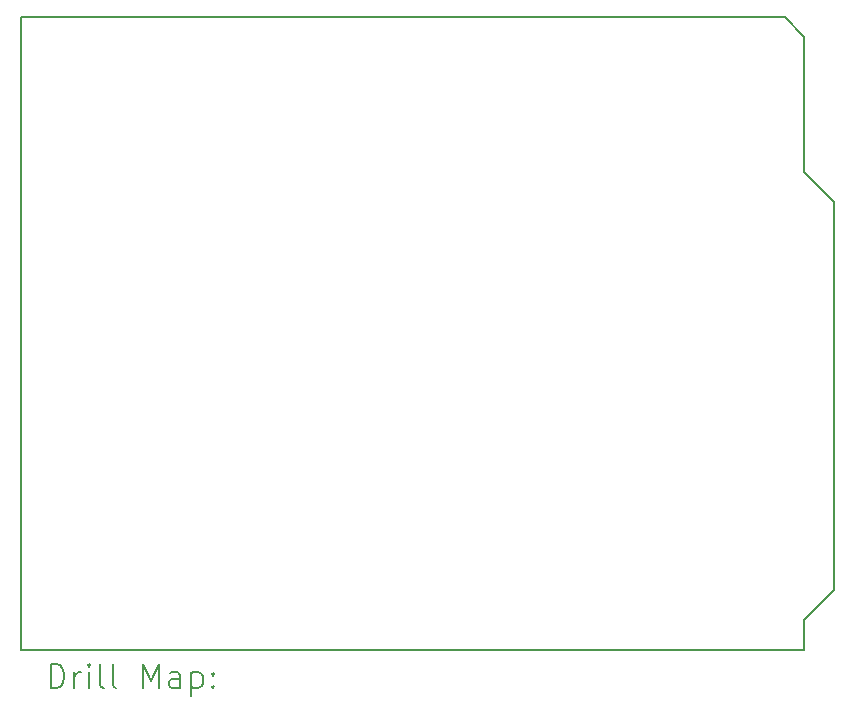
<source format=gbr>
%TF.GenerationSoftware,KiCad,Pcbnew,6.0.11-2627ca5db0~126~ubuntu20.04.1*%
%TF.CreationDate,2023-03-17T11:40:46+01:00*%
%TF.ProjectId,shield_a,73686965-6c64-45f6-912e-6b696361645f,2.0.1*%
%TF.SameCoordinates,Original*%
%TF.FileFunction,Drillmap*%
%TF.FilePolarity,Positive*%
%FSLAX45Y45*%
G04 Gerber Fmt 4.5, Leading zero omitted, Abs format (unit mm)*
G04 Created by KiCad (PCBNEW 6.0.11-2627ca5db0~126~ubuntu20.04.1) date 2023-03-17 11:40:46*
%MOMM*%
%LPD*%
G01*
G04 APERTURE LIST*
%ADD10C,0.150000*%
%ADD11C,0.200000*%
G04 APERTURE END LIST*
D10*
X10782300Y-6337300D02*
X10782300Y-11696700D01*
X17665700Y-7899400D02*
X17411700Y-7645400D01*
X10782300Y-11696700D02*
X17411700Y-11696700D01*
X17246600Y-6337300D02*
X10782300Y-6337300D01*
X17411700Y-7645400D02*
X17411700Y-6502400D01*
X17411700Y-11442700D02*
X17665700Y-11188700D01*
X17411700Y-11696700D02*
X17411700Y-11442700D01*
X17665700Y-11188700D02*
X17665700Y-7899400D01*
X17411700Y-6502400D02*
X17246600Y-6337300D01*
D11*
X11032419Y-12014676D02*
X11032419Y-11814676D01*
X11080038Y-11814676D01*
X11108610Y-11824200D01*
X11127657Y-11843248D01*
X11137181Y-11862295D01*
X11146705Y-11900390D01*
X11146705Y-11928962D01*
X11137181Y-11967057D01*
X11127657Y-11986105D01*
X11108610Y-12005152D01*
X11080038Y-12014676D01*
X11032419Y-12014676D01*
X11232419Y-12014676D02*
X11232419Y-11881343D01*
X11232419Y-11919438D02*
X11241943Y-11900390D01*
X11251467Y-11890867D01*
X11270514Y-11881343D01*
X11289562Y-11881343D01*
X11356228Y-12014676D02*
X11356228Y-11881343D01*
X11356228Y-11814676D02*
X11346705Y-11824200D01*
X11356228Y-11833724D01*
X11365752Y-11824200D01*
X11356228Y-11814676D01*
X11356228Y-11833724D01*
X11480038Y-12014676D02*
X11460990Y-12005152D01*
X11451467Y-11986105D01*
X11451467Y-11814676D01*
X11584800Y-12014676D02*
X11565752Y-12005152D01*
X11556228Y-11986105D01*
X11556228Y-11814676D01*
X11813371Y-12014676D02*
X11813371Y-11814676D01*
X11880038Y-11957533D01*
X11946705Y-11814676D01*
X11946705Y-12014676D01*
X12127657Y-12014676D02*
X12127657Y-11909914D01*
X12118133Y-11890867D01*
X12099086Y-11881343D01*
X12060990Y-11881343D01*
X12041943Y-11890867D01*
X12127657Y-12005152D02*
X12108609Y-12014676D01*
X12060990Y-12014676D01*
X12041943Y-12005152D01*
X12032419Y-11986105D01*
X12032419Y-11967057D01*
X12041943Y-11948009D01*
X12060990Y-11938486D01*
X12108609Y-11938486D01*
X12127657Y-11928962D01*
X12222895Y-11881343D02*
X12222895Y-12081343D01*
X12222895Y-11890867D02*
X12241943Y-11881343D01*
X12280038Y-11881343D01*
X12299086Y-11890867D01*
X12308609Y-11900390D01*
X12318133Y-11919438D01*
X12318133Y-11976581D01*
X12308609Y-11995628D01*
X12299086Y-12005152D01*
X12280038Y-12014676D01*
X12241943Y-12014676D01*
X12222895Y-12005152D01*
X12403848Y-11995628D02*
X12413371Y-12005152D01*
X12403848Y-12014676D01*
X12394324Y-12005152D01*
X12403848Y-11995628D01*
X12403848Y-12014676D01*
X12403848Y-11890867D02*
X12413371Y-11900390D01*
X12403848Y-11909914D01*
X12394324Y-11900390D01*
X12403848Y-11890867D01*
X12403848Y-11909914D01*
M02*

</source>
